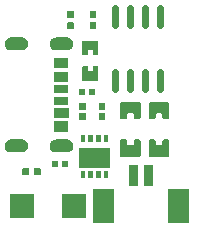
<source format=gtp>
G04 Layer: TopPasteMaskLayer*
G04 EasyEDA v6.5.9, 2022-07-20 11:51:06*
G04 f1700a5533a94dbab9b25466b2df9886,20d39a695127413eb41274384cfbb926,10*
G04 Gerber Generator version 0.2*
G04 Scale: 100 percent, Rotated: No, Reflected: No *
G04 Dimensions in millimeters *
G04 leading zeros omitted , absolute positions ,4 integer and 5 decimal *
%FSLAX45Y45*%
%MOMM*%

%ADD10C,0.5684*%

%LPD*%
G36*
X1411224Y8676487D02*
G01*
X1406194Y8671509D01*
X1406194Y8556498D01*
X1411224Y8551519D01*
X1453184Y8551976D01*
X1453184Y8596020D01*
X1498193Y8596020D01*
X1498193Y8551011D01*
X1539189Y8551519D01*
X1544218Y8556498D01*
X1544218Y8671509D01*
X1539189Y8676487D01*
G37*
G36*
X1411224Y8461502D02*
G01*
X1406194Y8456523D01*
X1406194Y8341512D01*
X1411224Y8336483D01*
X1539189Y8336483D01*
X1544218Y8341512D01*
X1544218Y8456523D01*
X1539189Y8461502D01*
X1498193Y8460994D01*
X1498193Y8417001D01*
X1453184Y8417001D01*
X1453184Y8461502D01*
G37*
G36*
X1285595Y8929878D02*
G01*
X1280617Y8924899D01*
X1280617Y8876893D01*
X1285595Y8869883D01*
X1330604Y8869883D01*
X1335582Y8876893D01*
X1335582Y8924899D01*
X1330604Y8929878D01*
G37*
G36*
X1285595Y8833916D02*
G01*
X1280617Y8826906D01*
X1280617Y8778900D01*
X1285595Y8773922D01*
X1330604Y8773922D01*
X1335582Y8778900D01*
X1335582Y8826906D01*
X1330604Y8833916D01*
G37*
G36*
X1393799Y7878216D02*
G01*
X1393799Y7818221D01*
X1433677Y7818221D01*
X1433779Y7878216D01*
G37*
G36*
X1458772Y7878165D02*
G01*
X1458772Y7818170D01*
X1498701Y7818170D01*
X1498803Y7878165D01*
G37*
G36*
X1523796Y7878165D02*
G01*
X1523796Y7818170D01*
X1563674Y7818170D01*
X1563776Y7878165D01*
G37*
G36*
X1588820Y7878165D02*
G01*
X1588820Y7818170D01*
X1628698Y7818170D01*
X1628800Y7878165D01*
G37*
G36*
X1588820Y7574178D02*
G01*
X1588820Y7514183D01*
X1628698Y7514183D01*
X1628800Y7574178D01*
G37*
G36*
X1523796Y7574178D02*
G01*
X1523796Y7514183D01*
X1563674Y7514183D01*
X1563776Y7574178D01*
G37*
G36*
X1458772Y7574178D02*
G01*
X1458772Y7514183D01*
X1498701Y7514183D01*
X1498803Y7574178D01*
G37*
G36*
X1393799Y7574178D02*
G01*
X1393799Y7514183D01*
X1433677Y7514183D01*
X1433779Y7574178D01*
G37*
G36*
X1381302Y7763713D02*
G01*
X1381302Y7596225D01*
X1641297Y7596225D01*
X1641297Y7763713D01*
G37*
G36*
X806297Y8703919D02*
G01*
X799490Y8703462D01*
X792835Y8702243D01*
X786384Y8700211D01*
X780237Y8697366D01*
X774496Y8693810D01*
X769213Y8689543D01*
X764489Y8684666D01*
X760425Y8679281D01*
X757021Y8673439D01*
X754380Y8667191D01*
X752551Y8660688D01*
X751484Y8653983D01*
X751281Y8647226D01*
X751484Y8643823D01*
X752551Y8637117D01*
X754380Y8630615D01*
X757021Y8624366D01*
X760425Y8618524D01*
X764489Y8613140D01*
X769213Y8608263D01*
X774496Y8603996D01*
X780237Y8600440D01*
X786384Y8597595D01*
X792835Y8595563D01*
X799490Y8594344D01*
X806297Y8593886D01*
X899668Y8593988D01*
X906373Y8594852D01*
X912926Y8596477D01*
X919276Y8598916D01*
X925220Y8602116D01*
X930757Y8606028D01*
X935736Y8610600D01*
X940155Y8615781D01*
X943914Y8621420D01*
X946912Y8627465D01*
X949198Y8633866D01*
X950620Y8640470D01*
X951230Y8647226D01*
X951026Y8653983D01*
X950010Y8660688D01*
X948131Y8667191D01*
X945489Y8673439D01*
X942136Y8679281D01*
X938021Y8684666D01*
X933348Y8689543D01*
X928065Y8693810D01*
X922274Y8697366D01*
X916127Y8700211D01*
X909675Y8702243D01*
X903020Y8703462D01*
X899668Y8703818D01*
G37*
G36*
X806297Y7839913D02*
G01*
X799490Y7839456D01*
X792835Y7838236D01*
X786384Y7836204D01*
X780237Y7833359D01*
X774496Y7829803D01*
X769213Y7825536D01*
X764489Y7820659D01*
X760425Y7815275D01*
X757021Y7809433D01*
X754380Y7803184D01*
X752551Y7796682D01*
X751484Y7789976D01*
X751281Y7783220D01*
X751484Y7779816D01*
X752551Y7773111D01*
X754380Y7766608D01*
X757021Y7760360D01*
X760425Y7754518D01*
X764489Y7749133D01*
X769213Y7744256D01*
X774496Y7739989D01*
X780237Y7736433D01*
X786384Y7733588D01*
X792835Y7731556D01*
X799490Y7730337D01*
X806297Y7729880D01*
X899668Y7729981D01*
X906373Y7730845D01*
X912926Y7732471D01*
X919276Y7734909D01*
X925220Y7738109D01*
X930757Y7742021D01*
X935736Y7746593D01*
X940155Y7751775D01*
X943914Y7757414D01*
X946912Y7763459D01*
X949198Y7769859D01*
X950620Y7776464D01*
X951230Y7783220D01*
X951026Y7789976D01*
X950010Y7796682D01*
X948131Y7803184D01*
X945489Y7809433D01*
X942136Y7815275D01*
X938021Y7820659D01*
X933348Y7825536D01*
X928065Y7829803D01*
X922274Y7833359D01*
X916127Y7836204D01*
X909675Y7838236D01*
X903020Y7839456D01*
X899668Y7839811D01*
G37*
G36*
X1186281Y7839913D02*
G01*
X1182878Y7839811D01*
X1176172Y7838948D01*
X1169619Y7837322D01*
X1163269Y7834884D01*
X1157325Y7831683D01*
X1151788Y7827772D01*
X1146810Y7823200D01*
X1142390Y7818018D01*
X1138631Y7812379D01*
X1135634Y7806334D01*
X1133398Y7799933D01*
X1132535Y7796682D01*
X1131519Y7789976D01*
X1131316Y7783220D01*
X1131925Y7776464D01*
X1132535Y7773111D01*
X1134414Y7766608D01*
X1137056Y7760360D01*
X1140409Y7754518D01*
X1144524Y7749133D01*
X1149197Y7744256D01*
X1154480Y7739989D01*
X1160272Y7736433D01*
X1166418Y7733588D01*
X1172870Y7731556D01*
X1179525Y7730337D01*
X1182878Y7729981D01*
X1276299Y7729880D01*
X1283055Y7730337D01*
X1289710Y7731556D01*
X1296162Y7733588D01*
X1302308Y7736433D01*
X1308049Y7739989D01*
X1313332Y7744256D01*
X1318056Y7749133D01*
X1322120Y7754518D01*
X1325524Y7760360D01*
X1328166Y7766608D01*
X1329994Y7773111D01*
X1331061Y7779816D01*
X1331264Y7786573D01*
X1331061Y7789976D01*
X1329994Y7796682D01*
X1328166Y7803184D01*
X1325524Y7809433D01*
X1322120Y7815275D01*
X1318056Y7820659D01*
X1313332Y7825536D01*
X1308049Y7829803D01*
X1302308Y7833359D01*
X1296162Y7836204D01*
X1289710Y7838236D01*
X1283055Y7839456D01*
X1276299Y7839913D01*
G37*
G36*
X1171346Y7991906D02*
G01*
X1171346Y7901889D01*
X1291336Y7901889D01*
X1291336Y7991906D01*
G37*
G36*
X1171549Y8104886D02*
G01*
X1171549Y8024875D01*
X1291539Y8024875D01*
X1291539Y8104886D01*
G37*
G36*
X1171143Y8201914D02*
G01*
X1171143Y8131911D01*
X1291132Y8131911D01*
X1291132Y8201914D01*
G37*
G36*
X1171143Y8301888D02*
G01*
X1171143Y8231886D01*
X1291132Y8231886D01*
X1291132Y8301888D01*
G37*
G36*
X1171295Y8408924D02*
G01*
X1171295Y8328914D01*
X1291285Y8328914D01*
X1291285Y8408924D01*
G37*
G36*
X1171346Y8531910D02*
G01*
X1171346Y8441893D01*
X1291336Y8441893D01*
X1291336Y8531910D01*
G37*
G36*
X1186281Y8703919D02*
G01*
X1182878Y8703818D01*
X1176172Y8702954D01*
X1169619Y8701328D01*
X1163269Y8698890D01*
X1157325Y8695690D01*
X1151788Y8691778D01*
X1146810Y8687206D01*
X1142390Y8682024D01*
X1138631Y8676386D01*
X1135634Y8670340D01*
X1133398Y8663940D01*
X1132535Y8660688D01*
X1131519Y8653983D01*
X1131316Y8647226D01*
X1131925Y8640470D01*
X1132535Y8637117D01*
X1134414Y8630615D01*
X1137056Y8624366D01*
X1140409Y8618524D01*
X1144524Y8613140D01*
X1149197Y8608263D01*
X1154480Y8603996D01*
X1160272Y8600440D01*
X1166418Y8597595D01*
X1172870Y8595563D01*
X1179525Y8594344D01*
X1182878Y8593988D01*
X1276299Y8593886D01*
X1283055Y8594344D01*
X1289710Y8595563D01*
X1296162Y8597595D01*
X1302308Y8600440D01*
X1308049Y8603996D01*
X1313332Y8608263D01*
X1318056Y8613140D01*
X1322120Y8618524D01*
X1325524Y8624366D01*
X1328166Y8630615D01*
X1329994Y8637117D01*
X1331061Y8643823D01*
X1331264Y8650579D01*
X1331061Y8653983D01*
X1329994Y8660688D01*
X1328166Y8667191D01*
X1325524Y8673439D01*
X1322120Y8679281D01*
X1318056Y8684666D01*
X1313332Y8689543D01*
X1308049Y8693810D01*
X1302308Y8697366D01*
X1296162Y8700211D01*
X1289710Y8702243D01*
X1283055Y8703462D01*
X1276299Y8703919D01*
G37*
G36*
X1980996Y7839811D02*
G01*
X1970989Y7829803D01*
X1970989Y7701280D01*
X1980996Y7691323D01*
X2133803Y7691323D01*
X2143810Y7701280D01*
X2143810Y7829803D01*
X2133803Y7839811D01*
X2096770Y7839811D01*
X2086762Y7829803D01*
X2086762Y7799324D01*
X2076754Y7789316D01*
X2038045Y7789316D01*
X2028037Y7799324D01*
X2028037Y7829803D01*
X2018030Y7839811D01*
G37*
G36*
X1980996Y8158276D02*
G01*
X1970989Y8148320D01*
X1970989Y8019796D01*
X1980996Y8009788D01*
X2018030Y8009788D01*
X2028037Y8019796D01*
X2028037Y8050275D01*
X2038045Y8060283D01*
X2076754Y8060283D01*
X2086762Y8050275D01*
X2086762Y8019796D01*
X2096770Y8009788D01*
X2133803Y8009788D01*
X2143810Y8019796D01*
X2143810Y8148320D01*
X2133803Y8158276D01*
G37*
G36*
X1739696Y7839811D02*
G01*
X1729689Y7829803D01*
X1729689Y7701280D01*
X1739696Y7691323D01*
X1892503Y7691323D01*
X1902510Y7701280D01*
X1902510Y7829803D01*
X1892503Y7839811D01*
X1855470Y7839811D01*
X1845462Y7829803D01*
X1845462Y7799324D01*
X1835454Y7789316D01*
X1796745Y7789316D01*
X1786737Y7799324D01*
X1786737Y7829803D01*
X1776730Y7839811D01*
G37*
G36*
X1739696Y8158276D02*
G01*
X1729689Y8148320D01*
X1729689Y8019796D01*
X1739696Y8009788D01*
X1776730Y8009788D01*
X1786737Y8019796D01*
X1786737Y8050275D01*
X1796745Y8060283D01*
X1835454Y8060283D01*
X1845462Y8050275D01*
X1845462Y8019796D01*
X1855470Y8009788D01*
X1892503Y8009788D01*
X1902510Y8019796D01*
X1902510Y8148320D01*
X1892503Y8158276D01*
G37*
G36*
X1476095Y8929878D02*
G01*
X1471117Y8924899D01*
X1471117Y8876893D01*
X1476095Y8869883D01*
X1521104Y8869883D01*
X1526082Y8876893D01*
X1526082Y8924899D01*
X1521104Y8929878D01*
G37*
G36*
X1476095Y8833916D02*
G01*
X1471117Y8826906D01*
X1471117Y8778900D01*
X1476095Y8773922D01*
X1521104Y8773922D01*
X1526082Y8778900D01*
X1526082Y8826906D01*
X1521104Y8833916D01*
G37*
G36*
X1151636Y7659725D02*
G01*
X1147622Y7655712D01*
X1147622Y7609687D01*
X1151636Y7605674D01*
X1201724Y7605674D01*
X1205687Y7609687D01*
X1205687Y7655712D01*
X1201724Y7659725D01*
G37*
G36*
X1236675Y7659725D02*
G01*
X1232712Y7655712D01*
X1232712Y7609687D01*
X1236675Y7605674D01*
X1286764Y7605674D01*
X1290777Y7609687D01*
X1290777Y7655712D01*
X1286764Y7659725D01*
G37*
G36*
X1551787Y8063687D02*
G01*
X1547774Y8059724D01*
X1547774Y8009636D01*
X1551787Y8005622D01*
X1597812Y8005622D01*
X1601825Y8009636D01*
X1601825Y8059724D01*
X1597812Y8063687D01*
G37*
G36*
X1551787Y8148777D02*
G01*
X1547774Y8144764D01*
X1547774Y8094675D01*
X1551787Y8090712D01*
X1597812Y8090712D01*
X1601825Y8094675D01*
X1601825Y8144764D01*
X1597812Y8148777D01*
G37*
G36*
X1002893Y7596682D02*
G01*
X995883Y7591704D01*
X995883Y7546695D01*
X1002893Y7541717D01*
X1050899Y7541717D01*
X1055878Y7546695D01*
X1055878Y7591704D01*
X1050899Y7596682D01*
G37*
G36*
X904900Y7596682D02*
G01*
X899921Y7591704D01*
X899921Y7546695D01*
X904900Y7541717D01*
X952906Y7541717D01*
X959916Y7546695D01*
X959916Y7591704D01*
X952906Y7596682D01*
G37*
G36*
X1386687Y8148777D02*
G01*
X1382674Y8144764D01*
X1382674Y8094675D01*
X1386687Y8090712D01*
X1432712Y8090712D01*
X1436725Y8094675D01*
X1436725Y8144764D01*
X1432712Y8148777D01*
G37*
G36*
X1386687Y8063687D02*
G01*
X1382674Y8059724D01*
X1382674Y8009636D01*
X1386687Y8005622D01*
X1432712Y8005622D01*
X1436725Y8009636D01*
X1436725Y8059724D01*
X1432712Y8063687D01*
G37*
G36*
X1380236Y8269325D02*
G01*
X1376222Y8265312D01*
X1376222Y8219287D01*
X1380236Y8215274D01*
X1430324Y8215274D01*
X1434287Y8219287D01*
X1434287Y8265312D01*
X1430324Y8269325D01*
G37*
G36*
X1465275Y8269325D02*
G01*
X1461312Y8265312D01*
X1461312Y8219287D01*
X1465275Y8215274D01*
X1515364Y8215274D01*
X1519377Y8219287D01*
X1519377Y8265312D01*
X1515364Y8269325D01*
G37*
D10*
X1689100Y8409180D02*
G01*
X1689100Y8270999D01*
X1816100Y8409180D02*
G01*
X1816100Y8270999D01*
X1943100Y8409180D02*
G01*
X1943100Y8270999D01*
X2070100Y8409180D02*
G01*
X2070100Y8270999D01*
X1689100Y8950200D02*
G01*
X1689100Y8812019D01*
X1816100Y8950200D02*
G01*
X1816100Y8812019D01*
X1943100Y8950200D02*
G01*
X1943100Y8812019D01*
X2070100Y8950200D02*
G01*
X2070100Y8812019D01*
G36*
X1237599Y7377099D02*
G01*
X1437599Y7377099D01*
X1437599Y7177100D01*
X1237599Y7177100D01*
G37*
G36*
X797600Y7377099D02*
G01*
X997600Y7377099D01*
X997600Y7177100D01*
X797600Y7177100D01*
G37*
G36*
X1802500Y7621595D02*
G01*
X1882500Y7621595D01*
X1882500Y7441595D01*
X1802500Y7441595D01*
G37*
G36*
X1927499Y7621595D02*
G01*
X2007499Y7621595D01*
X2007499Y7441595D01*
X1927499Y7441595D01*
G37*
G36*
X1494998Y7421598D02*
G01*
X1674997Y7421598D01*
X1674997Y7131596D01*
X1494998Y7131596D01*
G37*
G36*
X2134991Y7421598D02*
G01*
X2314991Y7421598D01*
X2314991Y7131596D01*
X2134991Y7131596D01*
G37*
M02*

</source>
